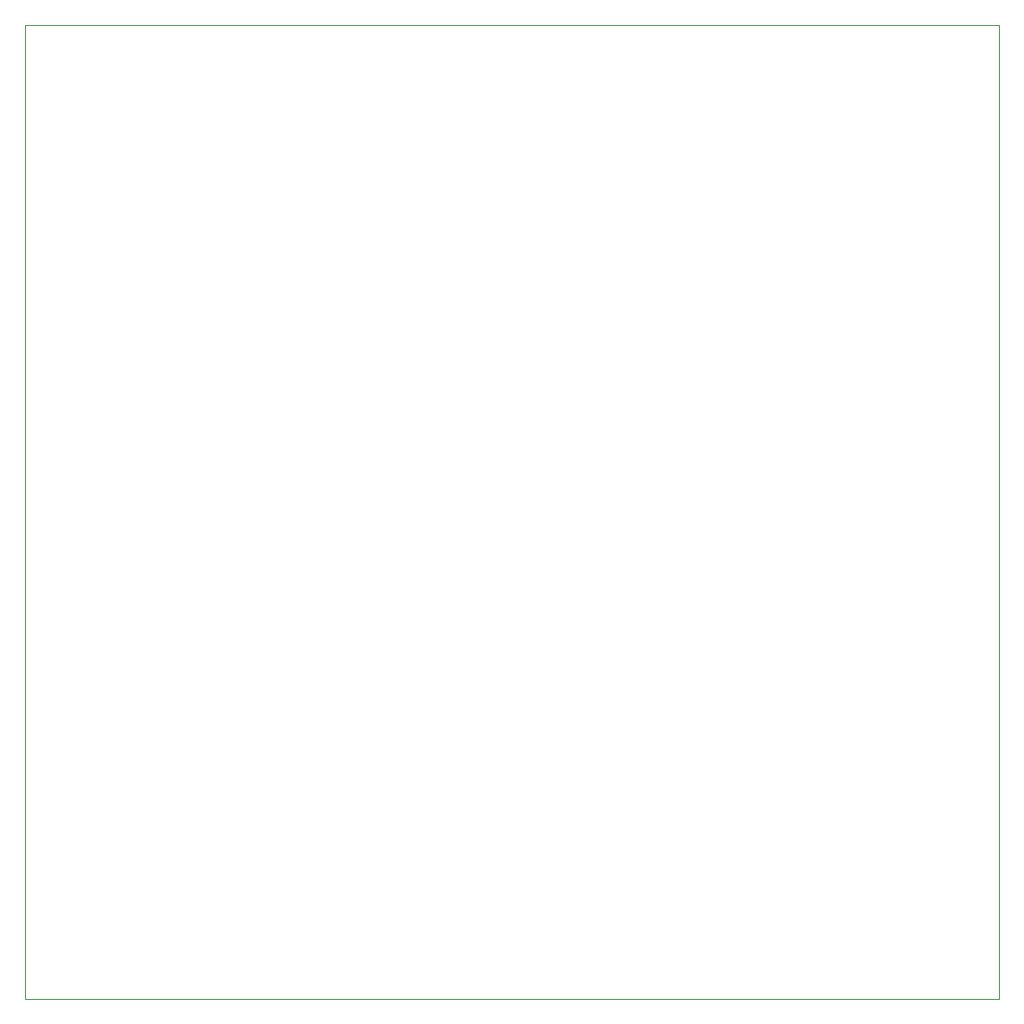
<source format=gbr>
%TF.GenerationSoftware,KiCad,Pcbnew,7.0.10-7.0.10~ubuntu22.04.1*%
%TF.CreationDate,2024-01-15T22:38:42+07:00*%
%TF.ProjectId,PCB_Sensor,5043425f-5365-46e7-936f-722e6b696361,rev?*%
%TF.SameCoordinates,Original*%
%TF.FileFunction,Profile,NP*%
%FSLAX46Y46*%
G04 Gerber Fmt 4.6, Leading zero omitted, Abs format (unit mm)*
G04 Created by KiCad (PCBNEW 7.0.10-7.0.10~ubuntu22.04.1) date 2024-01-15 22:38:42*
%MOMM*%
%LPD*%
G01*
G04 APERTURE LIST*
%TA.AperFunction,Profile*%
%ADD10C,0.100000*%
%TD*%
G04 APERTURE END LIST*
D10*
X72390000Y-20320000D02*
X161290000Y-20320000D01*
X161290000Y-109220000D01*
X72390000Y-109220000D01*
X72390000Y-20320000D01*
M02*

</source>
